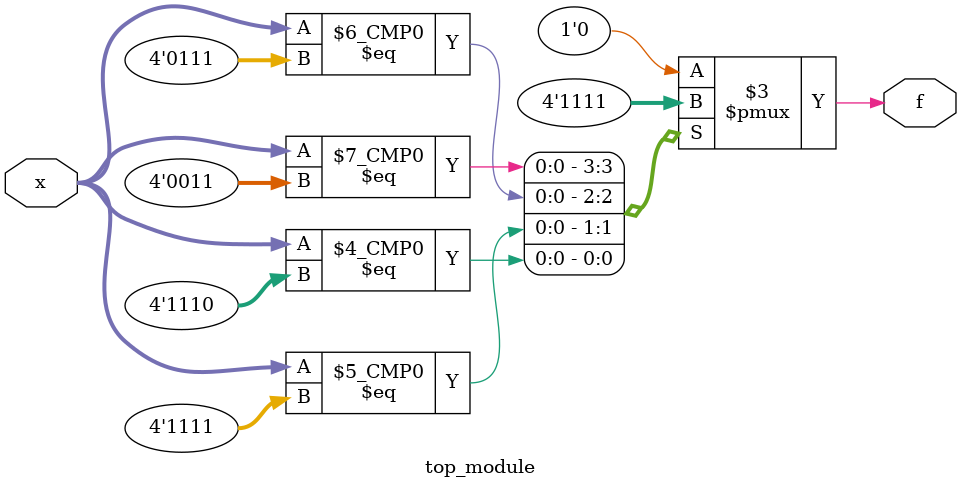
<source format=sv>
module top_module (
    input [4:1] x,
    output logic f
);

always_comb begin
    case ({x[4], x[3], x[2], x[1]})
        4'b0001: f = 0;
        4'b0011: f = 1;
        4'b0111: f = 1;
        4'b1011: f = 0;
        4'b1111: f = 1;
        4'b1110: f = 1;
        default: f = 0; // Don't-care condition
    endcase
end

endmodule

</source>
